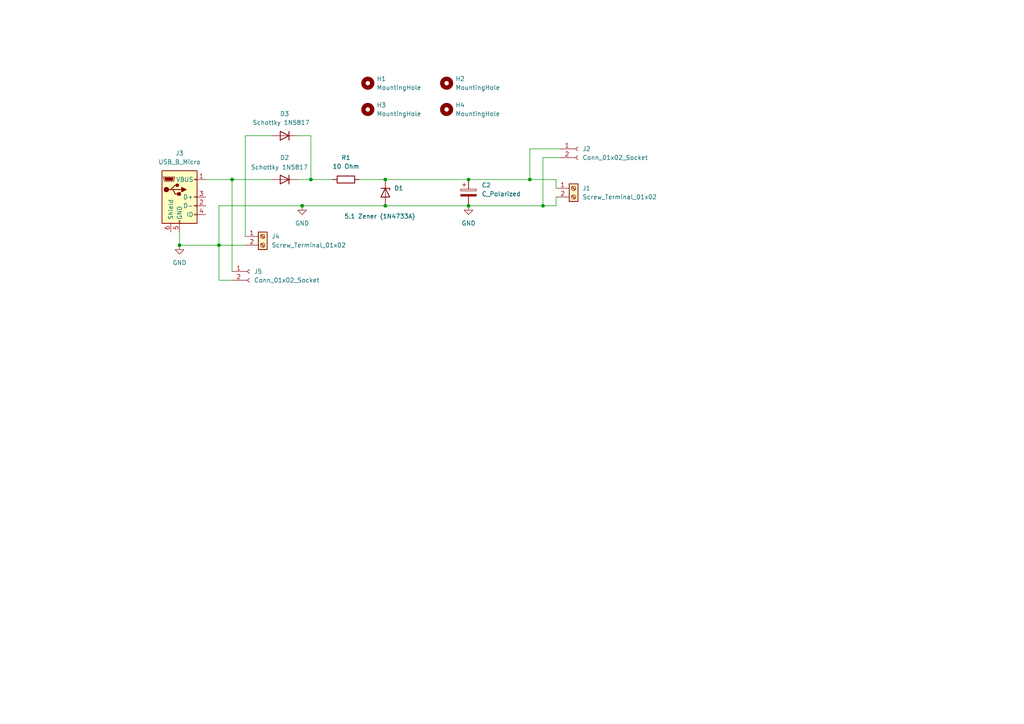
<source format=kicad_sch>
(kicad_sch (version 20231120) (generator "eeschema") (generator_version "8.0")
  (paper "A4")
  (lib_symbols
    (symbol "Connector:Conn_01x02_Socket" (pin_names (offset 1.016) hide)
      (property "Reference" "J" (at 0 2.54 0))
      (property "Value" "Conn_01x02_Socket" (at 0 -5.08 0))
      (symbol "Conn_01x02_Socket_1_1"
        (arc (start 0 -2.032) (mid -0.5058 -2.54) (end 0 -3.048) (stroke (width 0.1524)))
        (polyline (pts (xy -1.27 -2.54) (xy -0.508 -2.54)) (stroke (width 0.1524)))
        (polyline (pts (xy -1.27 0) (xy -0.508 0)) (stroke (width 0.1524)))
        (arc (start 0 0.508) (mid -0.5058 0) (end 0 -0.508) (stroke (width 0.1524)))
        (pin passive line (at -5.08 0 0) (length 3.81) (name "Pin_1") (number "1"))
        (pin passive line (at -5.08 -2.54 0) (length 3.81) (name "Pin_2") (number "2"))
      )
    )
    (symbol "Connector:Screw_Terminal_01x02" (pin_names (offset 1.016) hide)
      (property "Reference" "J" (at 0 2.54 0))
      (property "Value" "Screw_Terminal_01x02" (at 0 -5.08 0))
      (symbol "Screw_Terminal_01x02_1_1"
        (rectangle (start -1.27 1.27) (end 1.27 -3.81) (stroke (width 0.254)) (fill (type background)))
        (circle (center 0 -2.54) (radius 0.635) (stroke (width 0.1524)))
        (polyline (pts (xy -0.5334 -2.2098) (xy 0.3302 -3.048)) (stroke (width 0.1524)))
        (polyline (pts (xy -0.5334 0.3302) (xy 0.3302 -0.508)) (stroke (width 0.1524)))
        (polyline (pts (xy -0.3556 -2.032) (xy 0.508 -2.8702)) (stroke (width 0.1524)))
        (polyline (pts (xy -0.3556 0.508) (xy 0.508 -0.3302)) (stroke (width 0.1524)))
        (circle (center 0 0) (radius 0.635) (stroke (width 0.1524)))
        (pin passive line (at -5.08 0 0) (length 3.81) (name "Pin_1") (number "1"))
        (pin passive line (at -5.08 -2.54 0) (length 3.81) (name "Pin_2") (number "2"))
      )
    )
    (symbol "Connector:USB_B_Micro" (pin_names (offset 1.016))
      (property "Reference" "J" (at -5.08 11.43 0))
      (property "Value" "USB_B_Micro" (at -5.08 8.89 0))
      (symbol "USB_B_Micro_0_1"
        (rectangle (start -5.08 -7.62) (end 5.08 7.62) (stroke (width 0.254)) (fill (type background)))
        (circle (center -3.81 2.159) (radius 0.635) (stroke (width 0.254)) (fill (type outline)))
        (circle (center -0.635 3.429) (radius 0.381) (stroke (width 0.254)) (fill (type outline)))
        (rectangle (start -0.127 -7.62) (end 0.127 -6.858))
        (polyline (pts (xy -1.905 2.159) (xy 0.635 2.159)) (stroke (width 0.254)))
        (polyline (pts (xy -3.175 2.159) (xy -2.54 2.159) (xy -1.27 3.429) (xy -0.635 3.429)) (stroke (width 0.254)))
        (polyline (pts (xy -2.54 2.159) (xy -1.905 2.159) (xy -1.27 0.889) (xy 0 0.889)) (stroke (width 0.254)))
        (polyline (pts (xy 0.635 2.794) (xy 0.635 1.524) (xy 1.905 2.159) (xy 0.635 2.794)) (stroke (width 0.254)) (fill (type outline)))
        (polyline (pts (xy -4.318 5.588) (xy -1.778 5.588) (xy -2.032 4.826) (xy -4.064 4.826) (xy -4.318 5.588)) (fill (type outline)))
        (polyline (pts (xy -4.699 5.842) (xy -4.699 5.588) (xy -4.445 4.826) (xy -4.445 4.572) (xy -1.651 4.572) (xy -1.651 4.826) (xy -1.397 5.588) (xy -1.397 5.842) (xy -4.699 5.842)))
        (rectangle (start 0.254 1.27) (end -0.508 0.508) (stroke (width 0.254)) (fill (type outline)))
        (rectangle (start 5.08 -5.207) (end 4.318 -4.953))
        (rectangle (start 5.08 -2.667) (end 4.318 -2.413))
        (rectangle (start 5.08 -0.127) (end 4.318 0.127))
        (rectangle (start 5.08 4.953) (end 4.318 5.207))
      )
      (symbol "USB_B_Micro_1_1"
        (pin power_out line (at 7.62 5.08 180) (length 2.54) (name "VBUS") (number "1"))
        (pin bidirectional line (at 7.62 -2.54 180) (length 2.54) (name "D-") (number "2"))
        (pin bidirectional line (at 7.62 0 180) (length 2.54) (name "D+") (number "3"))
        (pin passive line (at 7.62 -5.08 180) (length 2.54) (name "ID") (number "4"))
        (pin power_out line (at 0 -10.16 90) (length 2.54) (name "GND") (number "5"))
        (pin passive line (at -2.54 -10.16 90) (length 2.54) (name "Shield") (number "6"))
      )
    )
    (symbol "Device:C_Polarized" (pin_numbers hide) (pin_names (offset 0.254))
      (property "Reference" "C" (at 0.635 2.54 0))
      (property "Value" "C_Polarized" (at 0.635 -2.54 0))
      (symbol "C_Polarized_0_1"
        (rectangle (start -2.286 0.508) (end 2.286 1.016))
        (polyline (pts (xy -1.778 2.286) (xy -0.762 2.286)))
        (polyline (pts (xy -1.27 2.794) (xy -1.27 1.778)))
        (rectangle (start 2.286 -0.508) (end -2.286 -1.016) (fill (type outline)))
      )
      (symbol "C_Polarized_1_1"
        (pin passive line (at 0 3.81 270) (length 2.794) (name "~") (number "1"))
        (pin passive line (at 0 -3.81 90) (length 2.794) (name "~") (number "2"))
      )
    )
    (symbol "Device:D" (pin_numbers hide) (pin_names (offset 1.016) hide)
      (property "Reference" "D" (at 0 2.54 0))
      (property "Value" "D" (at 0 -2.54 0))
      (symbol "D_0_1"
        (polyline (pts (xy -1.27 1.27) (xy -1.27 -1.27)) (stroke (width 0.254)))
        (polyline (pts (xy 1.27 0) (xy -1.27 0)))
        (polyline (pts (xy 1.27 1.27) (xy 1.27 -1.27) (xy -1.27 0) (xy 1.27 1.27)) (stroke (width 0.254)))
      )
      (symbol "D_1_1"
        (pin passive line (at -3.81 0 0) (length 2.54) (name "K") (number "1"))
        (pin passive line (at 3.81 0 180) (length 2.54) (name "A") (number "2"))
      )
    )
    (symbol "Device:D_Zener" (pin_numbers hide) (pin_names (offset 1.016) hide)
      (property "Reference" "D" (at 0 2.54 0))
      (property "Value" "D_Zener" (at 0 -2.54 0))
      (symbol "D_Zener_0_1"
        (polyline (pts (xy 1.27 0) (xy -1.27 0)))
        (polyline (pts (xy -1.27 -1.27) (xy -1.27 1.27) (xy -0.762 1.27)) (stroke (width 0.254)))
        (polyline (pts (xy 1.27 -1.27) (xy 1.27 1.27) (xy -1.27 0) (xy 1.27 -1.27)) (stroke (width 0.254)))
      )
      (symbol "D_Zener_1_1"
        (pin passive line (at -3.81 0 0) (length 2.54) (name "K") (number "1"))
        (pin passive line (at 3.81 0 180) (length 2.54) (name "A") (number "2"))
      )
    )
    (symbol "Device:R" (pin_numbers hide) (pin_names (offset 0))
      (property "Reference" "R" (at 2.032 0 90))
      (property "Value" "R" (at 0 0 90))
      (symbol "R_0_1"
        (rectangle (start -1.016 -2.54) (end 1.016 2.54) (stroke (width 0.254)))
      )
      (symbol "R_1_1"
        (pin passive line (at 0 3.81 270) (length 1.27) (name "~") (number "1"))
        (pin passive line (at 0 -3.81 90) (length 1.27) (name "~") (number "2"))
      )
    )
    (symbol "Mechanical:MountingHole" (pin_names (offset 1.016)) (exclude_from_sim yes) (in_bom no)
      (property "Reference" "H" (at 0 5.08 0))
      (property "Value" "MountingHole" (at 0 3.175 0))
      (symbol "MountingHole_0_1"
        (circle (center 0 0) (radius 1.27) (stroke (width 1.27)))
      )
    )
    (symbol "power:GND" (power) (pin_numbers hide) (pin_names (offset 0) hide)
      (property "Value" "GND" (at 0 -3.81 0))
      (symbol "GND_0_1"
        (polyline (pts (xy 0 0) (xy 0 -1.27) (xy 1.27 -1.27) (xy 0 -2.54) (xy -1.27 -1.27) (xy 0 -1.27)))
      )
      (symbol "GND_1_1"
        (pin power_in line (at 0 0 270) (length 0) (name "~") (number "1"))
      )
    )
  )
  (junction (at 135.89 52.07))
  (junction (at 157.48 59.69))
  (junction (at 135.89 59.69))
  (junction (at 153.67 52.07))
  (junction (at 87.63 59.69))
  (junction (at 90.17 52.07))
  (junction (at 111.76 59.69))
  (junction (at 111.76 52.07))
  (junction (at 52.07 71.12))
  (junction (at 63.5 71.12))
  (junction (at 67.31 52.07))
  (wire (pts (xy 135.89 52.07) (xy 153.67 52.07)))
  (wire (pts (xy 104.14 52.07) (xy 111.76 52.07)))
  (wire (pts (xy 153.67 43.18) (xy 162.56 43.18)))
  (wire (pts (xy 86.36 52.07) (xy 90.17 52.07)))
  (wire (pts (xy 157.48 45.72) (xy 162.56 45.72)))
  (wire (pts (xy 67.31 52.07) (xy 78.74 52.07)))
  (wire (pts (xy 111.76 59.69) (xy 135.89 59.69)))
  (wire (pts (xy 111.76 52.07) (xy 135.89 52.07)))
  (wire (pts (xy 71.12 39.37) (xy 78.74 39.37)))
  (wire (pts (xy 67.31 81.28) (xy 63.5 81.28)))
  (wire (pts (xy 87.63 59.69) (xy 111.76 59.69)))
  (wire (pts (xy 67.31 52.07) (xy 67.31 78.74)))
  (wire (pts (xy 86.36 39.37) (xy 90.17 39.37)))
  (wire (pts (xy 161.29 59.69) (xy 161.29 57.15)))
  (wire (pts (xy 52.07 67.31) (xy 52.07 71.12)))
  (wire (pts (xy 90.17 39.37) (xy 90.17 52.07)))
  (wire (pts (xy 153.67 52.07) (xy 161.29 52.07)))
  (wire (pts (xy 71.12 68.58) (xy 71.12 39.37)))
  (wire (pts (xy 63.5 71.12) (xy 71.12 71.12)))
  (wire (pts (xy 153.67 52.07) (xy 153.67 43.18)))
  (wire (pts (xy 90.17 52.07) (xy 96.52 52.07)))
  (wire (pts (xy 63.5 59.69) (xy 63.5 71.12)))
  (wire (pts (xy 63.5 59.69) (xy 87.63 59.69)))
  (wire (pts (xy 135.89 59.69) (xy 157.48 59.69)))
  (wire (pts (xy 63.5 71.12) (xy 52.07 71.12)))
  (wire (pts (xy 157.48 59.69) (xy 157.48 45.72)))
  (wire (pts (xy 59.69 52.07) (xy 67.31 52.07)))
  (wire (pts (xy 63.5 81.28) (xy 63.5 71.12)))
  (wire (pts (xy 161.29 52.07) (xy 161.29 54.61)))
  (wire (pts (xy 157.48 59.69) (xy 161.29 59.69)))
  (symbol (lib_id "Mechanical:MountingHole") (at 129.54 24.13 0) (unit 1) (exclude_from_sim yes) (in_bom no)
    (property "Reference" "H2" (at 132.08 22.8599 0) (effects (justify left)))
    (property "Value" "MountingHole" (at 132.08 25.3999 0) (effects (justify left)))
    (property "Footprint" "MountingHole:MountingHole_3.2mm_M3" (effects (hide yes)))
    (property "Description" "Mounting Hole without connection" (effects (hide yes)))
  )
  (symbol (lib_id "Mechanical:MountingHole") (at 106.68 24.13 0) (unit 1) (exclude_from_sim yes) (in_bom no)
    (property "Reference" "H1" (at 109.22 22.8599 0) (effects (justify left)))
    (property "Value" "MountingHole" (at 109.22 25.3999 0) (effects (justify left)))
    (property "Footprint" "MountingHole:MountingHole_3.2mm_M3" (effects (hide yes)))
    (property "Description" "Mounting Hole without connection" (effects (hide yes)))
  )
  (symbol (lib_id "Connector:Conn_01x02_Socket") (at 72.39 78.74 0) (unit 1)
    (property "Reference" "J5" (at 73.66 78.7399 0) (effects (justify left)))
    (property "Value" "Conn_01x02_Socket" (at 73.66 81.2799 0) (effects (justify left)))
    (property "Footprint" "Connector_PinHeader_2.54mm:PinHeader_1x02_P2.54mm_Vertical" (effects (hide yes)))
    (property "Description" "Generic connector, single row, 01x02, script generated" (effects (hide yes)))
  )
  (symbol (lib_id "Device:R") (at 100.33 52.07 90) (unit 1)
    (property "Reference" "R1" (at 100.33 45.72 90))
    (property "Value" "10 Ohm" (at 100.33 48.26 90))
    (property "Footprint" "Resistor_THT:R_Axial_DIN0309_L9.0mm_D3.2mm_P12.70mm_Horizontal" (effects (hide yes)))
    (property "Description" "Resistor" (effects (hide yes)))
  )
  (symbol (lib_id "Mechanical:MountingHole") (at 129.54 31.75 0) (unit 1) (exclude_from_sim yes) (in_bom no)
    (property "Reference" "H4" (at 132.08 30.4799 0) (effects (justify left)))
    (property "Value" "MountingHole" (at 132.08 33.0199 0) (effects (justify left)))
    (property "Footprint" "MountingHole:MountingHole_3.2mm_M3" (effects (hide yes)))
    (property "Description" "Mounting Hole without connection" (effects (hide yes)))
  )
  (symbol (lib_id "power:GND") (at 52.07 71.12 0) (unit 1)
    (property "Reference" "#PWR02" (effects (hide yes)))
    (property "Value" "GND" (at 52.07 76.2 0))
    (property "Description" "Power symbol creates a global label with name \"GND\" , ground" (effects (hide yes)))
  )
  (symbol (lib_id "power:GND") (at 135.89 59.69 0) (unit 1)
    (property "Reference" "#PWR03" (effects (hide yes)))
    (property "Value" "GND" (at 135.89 64.77 0))
    (property "Description" "Power symbol creates a global label with name \"GND\" , ground" (effects (hide yes)))
  )
  (symbol (lib_id "Connector:Screw_Terminal_01x02") (at 76.2 68.58 0) (unit 1)
    (property "Reference" "J4" (at 78.74 68.5799 0) (effects (justify left)))
    (property "Value" "Screw_Terminal_01x02" (at 78.74 71.1199 0) (effects (justify left)))
    (property "Footprint" "TerminalBlock_Phoenix:TerminalBlock_Phoenix_MKDS-1,5-2-5.08_1x02_P5.08mm_Horizontal" (effects (hide yes)))
    (property "Description" "Generic screw terminal, single row, 01x02, script generated (kicad-library-utils/schlib/autogen/connector/)" (effects (hide yes)))
  )
  (symbol (lib_id "Connector:USB_B_Micro") (at 52.07 57.15 0) (unit 1)
    (property "Reference" "J3" (at 52.07 44.45 0))
    (property "Value" "USB_B_Micro" (at 52.07 46.99 0))
    (property "Footprint" "Connector_USB:USB_Micro-B_Wuerth_629105150521" (effects (hide yes)))
    (property "Description" "USB Micro Type B connector" (effects (hide yes)))
  )
  (symbol (lib_id "Device:D_Zener") (at 111.76 55.88 270) (unit 1)
    (property "Reference" "D1" (at 114.3 54.6099 90) (effects (justify left)))
    (property "Value" "5.1 Zener (1N4733A)" (at 99.822 62.738 90) (effects (justify left)))
    (property "Footprint" "Diode_THT:D_DO-41_SOD81_P10.16mm_Horizontal" (effects (hide yes)))
    (property "Description" "Zener diode" (effects (hide yes)))
  )
  (symbol (lib_id "Device:D") (at 82.55 39.37 180) (unit 1)
    (property "Reference" "D3" (at 82.55 33.02 0))
    (property "Value" "Schottky 1N5817" (at 81.534 35.56 0))
    (property "Footprint" "Diode_THT:D_DO-41_SOD81_P10.16mm_Horizontal" (effects (hide yes)))
    (property "Description" "Diode" (effects (hide yes)))
    (property "Sim.Device" "D" (effects (hide yes)))
    (property "Sim.Pins" "1=K 2=A" (effects (hide yes)))
  )
  (symbol (lib_id "Device:D") (at 82.55 52.07 180) (unit 1)
    (property "Reference" "D2" (at 82.55 45.72 0))
    (property "Value" "Schottky 1N5817" (at 81.026 48.514 0))
    (property "Footprint" "Diode_THT:D_DO-41_SOD81_P10.16mm_Horizontal" (effects (hide yes)))
    (property "Description" "Diode" (effects (hide yes)))
    (property "Sim.Device" "D" (effects (hide yes)))
    (property "Sim.Pins" "1=K 2=A" (effects (hide yes)))
  )
  (symbol (lib_id "Device:C_Polarized") (at 135.89 55.88 0) (unit 1)
    (property "Reference" "C2" (at 139.7 53.7209 0) (effects (justify left)))
    (property "Value" "C_Polarized" (at 139.7 56.2609 0) (effects (justify left)))
    (property "Footprint" "Capacitor_THT:CP_Radial_D13.0mm_P5.00mm" (effects (hide yes)))
    (property "Description" "Polarized capacitor" (effects (hide yes)))
  )
  (symbol (lib_id "Connector:Conn_01x02_Socket") (at 167.64 43.18 0) (unit 1)
    (property "Reference" "J2" (at 168.91 43.1799 0) (effects (justify left)))
    (property "Value" "Conn_01x02_Socket" (at 168.91 45.7199 0) (effects (justify left)))
    (property "Footprint" "Connector_PinHeader_2.54mm:PinHeader_1x02_P2.54mm_Vertical" (effects (hide yes)))
    (property "Description" "Generic connector, single row, 01x02, script generated" (effects (hide yes)))
  )
  (symbol (lib_id "power:GND") (at 87.63 59.69 0) (unit 1)
    (property "Reference" "#PWR01" (effects (hide yes)))
    (property "Value" "GND" (at 87.63 64.77 0))
    (property "Description" "Power symbol creates a global label with name \"GND\" , ground" (effects (hide yes)))
  )
  (symbol (lib_id "Connector:Screw_Terminal_01x02") (at 166.37 54.61 0) (unit 1)
    (property "Reference" "J1" (at 168.91 54.6099 0) (effects (justify left)))
    (property "Value" "Screw_Terminal_01x02" (at 168.91 57.1499 0) (effects (justify left)))
    (property "Footprint" "TerminalBlock_Phoenix:TerminalBlock_Phoenix_MKDS-1,5-2-5.08_1x02_P5.08mm_Horizontal" (effects (hide yes)))
    (property "Description" "Generic screw terminal, single row, 01x02, script generated (kicad-library-utils/schlib/autogen/connector/)" (effects (hide yes)))
  )
  (symbol (lib_id "Mechanical:MountingHole") (at 106.68 31.75 0) (unit 1) (exclude_from_sim yes) (in_bom no)
    (property "Reference" "H3" (at 109.22 30.4799 0) (effects (justify left)))
    (property "Value" "MountingHole" (at 109.22 33.0199 0) (effects (justify left)))
    (property "Footprint" "MountingHole:MountingHole_3.2mm_M3" (effects (hide yes)))
    (property "Description" "Mounting Hole without connection" (effects (hide yes)))
  )
)
</source>
